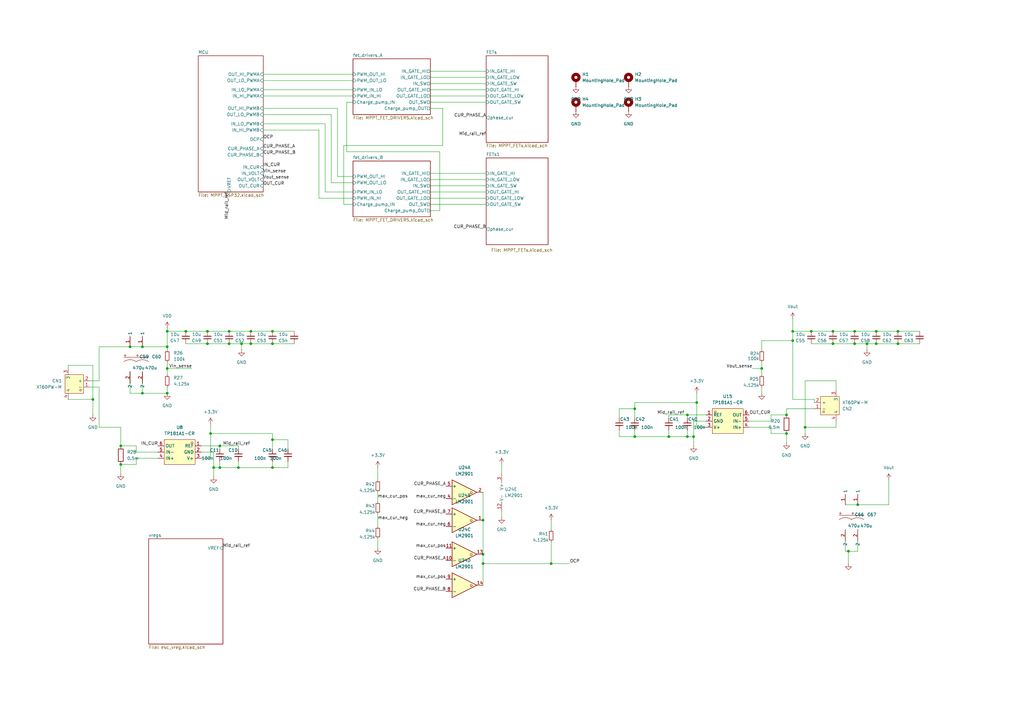
<source format=kicad_sch>
(kicad_sch (version 20231120) (generator "eeschema") (generator_version "8.0")
  (paper "A3")
  (lib_symbols
    (symbol "Comparator:LM2901" (pin_names (offset 0.127))
      (property "Reference" "U" (at 0 5.08 0))
      (property "Value" "LM2901" (at 0 -5.08 0))
      (symbol "LM2901_1_1"
        (polyline (pts (xy -5.08 5.08) (xy 5.08 0) (xy -5.08 -5.08) (xy -5.08 5.08)) (stroke (width 0.254)) (fill (type background)))
        (polyline (pts (xy 3.302 -0.508) (xy 2.794 -0.508) (xy 3.302 0) (xy 2.794 0.508) (xy 2.286 0) (xy 2.794 -0.508) (xy 2.286 -0.508)) (stroke (width 0.127)))
        (pin open_collector line (at 7.62 0 180) (length 2.54) (name "~") (number "2"))
        (pin input line (at -7.62 -2.54 0) (length 2.54) (name "-") (number "4"))
        (pin input line (at -7.62 2.54 0) (length 2.54) (name "+") (number "5"))
      )
      (symbol "LM2901_2_1"
        (polyline (pts (xy -5.08 5.08) (xy 5.08 0) (xy -5.08 -5.08) (xy -5.08 5.08)) (stroke (width 0.254)) (fill (type background)))
        (polyline (pts (xy 3.302 -0.508) (xy 2.794 -0.508) (xy 3.302 0) (xy 2.794 0.508) (xy 2.286 0) (xy 2.794 -0.508) (xy 2.286 -0.508)) (stroke (width 0.127)))
        (pin open_collector line (at 7.62 0 180) (length 2.54) (name "~") (number "1"))
        (pin input line (at -7.62 -2.54 0) (length 2.54) (name "-") (number "6"))
        (pin input line (at -7.62 2.54 0) (length 2.54) (name "+") (number "7"))
      )
      (symbol "LM2901_3_1"
        (polyline (pts (xy -5.08 5.08) (xy 5.08 0) (xy -5.08 -5.08) (xy -5.08 5.08)) (stroke (width 0.254)) (fill (type background)))
        (polyline (pts (xy 3.302 -0.508) (xy 2.794 -0.508) (xy 3.302 0) (xy 2.794 0.508) (xy 2.286 0) (xy 2.794 -0.508) (xy 2.286 -0.508)) (stroke (width 0.127)))
        (pin input line (at -7.62 -2.54 0) (length 2.54) (name "-") (number "10"))
        (pin input line (at -7.62 2.54 0) (length 2.54) (name "+") (number "11"))
        (pin open_collector line (at 7.62 0 180) (length 2.54) (name "~") (number "13"))
      )
      (symbol "LM2901_4_1"
        (polyline (pts (xy -5.08 5.08) (xy 5.08 0) (xy -5.08 -5.08) (xy -5.08 5.08)) (stroke (width 0.254)) (fill (type background)))
        (polyline (pts (xy 3.302 -0.508) (xy 2.794 -0.508) (xy 3.302 0) (xy 2.794 0.508) (xy 2.286 0) (xy 2.794 -0.508) (xy 2.286 -0.508)) (stroke (width 0.127)))
        (pin open_collector line (at 7.62 0 180) (length 2.54) (name "~") (number "14"))
        (pin input line (at -7.62 -2.54 0) (length 2.54) (name "-") (number "8"))
        (pin input line (at -7.62 2.54 0) (length 2.54) (name "+") (number "9"))
      )
      (symbol "LM2901_5_1"
        (pin power_in line (at -2.54 -7.62 90) (length 3.81) (name "V-") (number "12"))
        (pin power_in line (at -2.54 7.62 270) (length 3.81) (name "V+") (number "3"))
      )
    )
    (symbol "Device:C_Small" (pin_numbers hide) (pin_names (offset 0.254) hide)
      (property "Reference" "C" (at 0.254 1.778 0))
      (property "Value" "C_Small" (at 0.254 -2.032 0))
      (symbol "C_Small_0_1"
        (polyline (pts (xy -1.524 -0.508) (xy 1.524 -0.508)) (stroke (width 0.3302)))
        (polyline (pts (xy -1.524 0.508) (xy 1.524 0.508)) (stroke (width 0.3048)))
      )
      (symbol "C_Small_1_1"
        (pin passive line (at 0 2.54 270) (length 2.032) (name "~") (number "1"))
        (pin passive line (at 0 -2.54 90) (length 2.032) (name "~") (number "2"))
      )
    )
    (symbol "Device:R" (pin_numbers hide) (pin_names (offset 0))
      (property "Reference" "R" (at 2.032 0 90))
      (property "Value" "R" (at 0 0 90))
      (symbol "R_0_1"
        (rectangle (start -1.016 -2.54) (end 1.016 2.54) (stroke (width 0.254)))
      )
      (symbol "R_1_1"
        (pin passive line (at 0 3.81 270) (length 1.27) (name "~") (number "1"))
        (pin passive line (at 0 -3.81 90) (length 1.27) (name "~") (number "2"))
      )
    )
    (symbol "Device:R_Small" (pin_numbers hide) (pin_names (offset 0.254) hide)
      (property "Reference" "R" (at 0.762 0.508 0))
      (property "Value" "R_Small" (at 0.762 -1.016 0))
      (symbol "R_Small_0_1"
        (rectangle (start -0.762 1.778) (end 0.762 -1.778) (stroke (width 0.2032)))
      )
      (symbol "R_Small_1_1"
        (pin passive line (at 0 2.54 270) (length 0.762) (name "~") (number "1"))
        (pin passive line (at 0 -2.54 90) (length 0.762) (name "~") (number "2"))
      )
    )
    (symbol "Mechanical:MountingHole_Pad" (pin_numbers hide) (pin_names (offset 1.016) hide) (exclude_from_sim yes) (in_bom no)
      (property "Reference" "H" (at 0 6.35 0))
      (property "Value" "MountingHole_Pad" (at 0 4.445 0))
      (symbol "MountingHole_Pad_0_1"
        (circle (center 0 1.27) (radius 1.27) (stroke (width 1.27)))
      )
      (symbol "MountingHole_Pad_1_1"
        (pin input line (at 0 -2.54 90) (length 2.54) (name "1") (number "1"))
      )
    )
    (symbol "easyeda2kicad:RC100M471LO16*26TH-2A1E"
      (property "Reference" "C" (at 0 10.16 0))
      (property "Value" "RC100M471LO16*26TH-2A1E" (at 0 -10.16 0))
      (symbol "RC100M471LO16*26TH-2A1E_0_1"
        (rectangle (start -2.54 1.52) (end -1.52 1.52) (fill (type background)))
        (rectangle (start -2.03 2.03) (end -2.03 1.02) (fill (type background)))
        (arc (start 0 -0.25) (mid -1.3336 -0.4253) (end -2.54 -1.02))
        (polyline (pts (xy -2.54 0.76) (xy 2.54 0.76)))
        (arc (start 2.54 -1.02) (mid 1.334 -0.4238) (end 0 -0.25))
        (pin unspecified line (at 0 5.08 90) (length 4.318) (name "1") (number "1"))
        (pin unspecified line (at 0 -5.08 270) (length 4.826) (name "2") (number "2"))
      )
    )
    (symbol "easyeda2kicad:TP181A1-CR"
      (property "Reference" "U" (at 0 7.62 0))
      (property "Value" "TP181A1-CR" (at 0 -7.62 0))
      (symbol "TP181A1-CR_0_1"
        (rectangle (start -6.35 5.08) (end 6.35 -5.08) (fill (type background)))
        (circle (center -5.08 3.81) (radius 0.38))
        (pin unspecified line (at -8.89 2.54 0) (length 2.54) (name "REF") (number "1"))
        (pin unspecified line (at -8.89 0 0) (length 2.54) (name "GND") (number "2"))
        (pin unspecified line (at -8.89 -2.54 0) (length 2.54) (name "V+") (number "3"))
        (pin unspecified line (at 8.89 -2.54 180) (length 2.54) (name "IN+") (number "4"))
        (pin unspecified line (at 8.89 0 180) (length 2.54) (name "IN-") (number "5"))
        (pin unspecified line (at 8.89 2.54 180) (length 2.54) (name "OUT") (number "6"))
      )
    )
    (symbol "easyeda2kicad:XT60PW-M"
      (property "Reference" "CN" (at 0 13.97 0))
      (property "Value" "XT60PW-M" (at 0 -8.89 0))
      (symbol "XT60PW-M_0_1"
        (rectangle (start -2.54 6.35) (end 5.08 -1.27) (fill (type background)))
        (circle (center -1.27 5.08) (radius 0.38))
        (pin unspecified line (at -5.08 3.81 0) (length 2.54) (name "-") (number "1"))
        (pin unspecified line (at -5.08 1.27 0) (length 2.54) (name "+") (number "2"))
        (pin unspecified line (at 3.81 -3.81 90) (length 2.54) (name "3") (number "3"))
        (pin unspecified line (at 3.81 8.89 270) (length 2.54) (name "4") (number "4"))
      )
    )
    (symbol "power:+3.3V" (power) (pin_numbers hide) (pin_names (offset 0) hide)
      (property "Value" "+3.3V" (at 0 3.556 0))
      (symbol "+3.3V_0_1"
        (polyline (pts (xy -0.762 1.27) (xy 0 2.54)))
        (polyline (pts (xy 0 0) (xy 0 2.54)))
        (polyline (pts (xy 0 2.54) (xy 0.762 1.27)))
      )
      (symbol "+3.3V_1_1"
        (pin power_in line (at 0 0 90) (length 0) (name "~") (number "1"))
      )
    )
    (symbol "power:GND" (power) (pin_numbers hide) (pin_names (offset 0) hide)
      (property "Value" "GND" (at 0 -3.81 0))
      (symbol "GND_0_1"
        (polyline (pts (xy 0 0) (xy 0 -1.27) (xy 1.27 -1.27) (xy 0 -2.54) (xy -1.27 -1.27) (xy 0 -1.27)))
      )
      (symbol "GND_1_1"
        (pin power_in line (at 0 0 270) (length 0) (name "~") (number "1"))
      )
    )
    (symbol "power:VBUS" (power) (pin_numbers hide) (pin_names (offset 0) hide)
      (property "Value" "VBUS" (at 0 3.556 0))
      (symbol "VBUS_0_1"
        (polyline (pts (xy -0.762 1.27) (xy 0 2.54)))
        (polyline (pts (xy 0 0) (xy 0 2.54)))
        (polyline (pts (xy 0 2.54) (xy 0.762 1.27)))
      )
      (symbol "VBUS_1_1"
        (pin power_in line (at 0 0 90) (length 0) (name "~") (number "1"))
      )
    )
    (symbol "power:VDD" (power) (pin_numbers hide) (pin_names (offset 0) hide)
      (property "Value" "VDD" (at 0 3.556 0))
      (symbol "VDD_0_1"
        (polyline (pts (xy -0.762 1.27) (xy 0 2.54)))
        (polyline (pts (xy 0 0) (xy 0 2.54)))
        (polyline (pts (xy 0 2.54) (xy 0.762 1.27)))
      )
      (symbol "VDD_1_1"
        (pin power_in line (at 0 0 90) (length 0) (name "~") (number "1"))
      )
    )
  )
  (junction (at 38.1 163.83))
  (junction (at 351.79 207.01))
  (junction (at 76.2 135.89))
  (junction (at 359.41 135.89))
  (junction (at 330.2 175.26))
  (junction (at 68.58 135.89))
  (junction (at 274.32 179.07))
  (junction (at 325.12 135.89))
  (junction (at 93.98 140.97))
  (junction (at 111.76 135.89))
  (junction (at 350.52 135.89))
  (junction (at 93.98 135.89))
  (junction (at 332.74 135.89))
  (junction (at 322.58 170.18))
  (junction (at 53.34 142.24))
  (junction (at 341.63 135.89))
  (junction (at 341.63 140.97))
  (junction (at 102.87 140.97))
  (junction (at 86.36 177.8))
  (junction (at 281.94 179.07))
  (junction (at 85.09 135.89))
  (junction (at 90.17 182.88))
  (junction (at 99.06 140.97))
  (junction (at 49.53 182.88))
  (junction (at 198.12 213.36))
  (junction (at 285.75 165.1))
  (junction (at 68.58 142.24))
  (junction (at 87.63 191.77))
  (junction (at 355.6 140.97))
  (junction (at 260.35 167.64))
  (junction (at 111.76 180.34))
  (junction (at 68.58 151.13))
  (junction (at 325.12 139.7))
  (junction (at 97.79 191.77))
  (junction (at 284.48 179.07))
  (junction (at 226.06 231.14))
  (junction (at 49.53 190.5))
  (junction (at 359.41 140.97))
  (junction (at 368.3 135.89))
  (junction (at 198.12 231.14))
  (junction (at 90.17 191.77))
  (junction (at 368.3 140.97))
  (junction (at 322.58 177.8))
  (junction (at 198.12 227.33))
  (junction (at 85.09 140.97))
  (junction (at 111.76 191.77))
  (junction (at 68.58 161.29))
  (junction (at 102.87 135.89))
  (junction (at 347.98 226.06))
  (junction (at 58.42 161.29))
  (junction (at 111.76 140.97))
  (junction (at 260.35 179.07))
  (junction (at 58.42 142.24))
  (junction (at 281.94 170.18))
  (junction (at 350.52 140.97))
  (junction (at 312.42 151.13))
  (wire (pts (xy 111.76 140.97) (xy 102.87 140.97)))
  (wire (pts (xy 99.06 140.97) (xy 93.98 140.97)))
  (wire (pts (xy 346.71 207.01) (xy 351.79 207.01)))
  (wire (pts (xy 27.94 151.13) (xy 27.94 149.86)))
  (wire (pts (xy 85.09 135.89) (xy 93.98 135.89)))
  (wire (pts (xy 254 171.45) (xy 254 167.64)))
  (wire (pts (xy 341.63 135.89) (xy 350.52 135.89)))
  (wire (pts (xy 180.34 62.23) (xy 180.34 86.36)))
  (wire (pts (xy 281.94 170.18) (xy 289.56 170.18)))
  (wire (pts (xy 68.58 158.75) (xy 68.58 161.29)))
  (wire (pts (xy 176.53 29.21) (xy 199.39 29.21)))
  (wire (pts (xy 68.58 135.89) (xy 68.58 142.24)))
  (wire (pts (xy 325.12 139.7) (xy 325.12 163.83)))
  (wire (pts (xy 53.34 142.24) (xy 58.42 142.24)))
  (wire (pts (xy 138.43 72.39) (xy 138.43 44.45)))
  (wire (pts (xy 58.42 142.24) (xy 68.58 142.24)))
  (wire (pts (xy 181.61 44.45) (xy 176.53 44.45)))
  (wire (pts (xy 111.76 189.23) (xy 111.76 191.77)))
  (wire (pts (xy 176.53 39.37) (xy 199.39 39.37)))
  (wire (pts (xy 285.75 161.29) (xy 285.75 165.1)))
  (wire (pts (xy 138.43 44.45) (xy 107.95 44.45)))
  (wire (pts (xy 53.34 152.4) (xy 53.34 161.29)))
  (wire (pts (xy 97.79 184.15) (xy 97.79 182.88)))
  (wire (pts (xy 350.52 140.97) (xy 341.63 140.97)))
  (wire (pts (xy 284.48 179.07) (xy 284.48 182.88)))
  (wire (pts (xy 284.48 172.72) (xy 284.48 179.07)))
  (wire (pts (xy 49.53 190.5) (xy 55.88 190.5)))
  (wire (pts (xy 40.64 156.21) (xy 36.83 156.21)))
  (wire (pts (xy 40.64 142.24) (xy 53.34 142.24)))
  (wire (pts (xy 68.58 134.62) (xy 68.58 135.89)))
  (wire (pts (xy 312.42 158.75) (xy 312.42 161.29)))
  (wire (pts (xy 90.17 182.88) (xy 82.55 182.88)))
  (wire (pts (xy 334.01 163.83) (xy 334.01 165.1)))
  (wire (pts (xy 144.78 74.93) (xy 135.89 74.93)))
  (wire (pts (xy 359.41 135.89) (xy 368.3 135.89)))
  (wire (pts (xy 64.77 185.42) (xy 55.88 185.42)))
  (wire (pts (xy 347.98 226.06) (xy 351.79 226.06)))
  (wire (pts (xy 316.23 177.8) (xy 316.23 175.26)))
  (wire (pts (xy 322.58 177.8) (xy 322.58 181.61)))
  (wire (pts (xy 198.12 201.93) (xy 198.12 213.36)))
  (wire (pts (xy 205.74 190.5) (xy 205.74 194.31)))
  (wire (pts (xy 135.89 74.93) (xy 135.89 46.99)))
  (wire (pts (xy 322.58 167.64) (xy 322.58 170.18)))
  (wire (pts (xy 260.35 176.53) (xy 260.35 179.07)))
  (wire (pts (xy 90.17 191.77) (xy 87.63 191.77)))
  (wire (pts (xy 325.12 135.89) (xy 332.74 135.89)))
  (wire (pts (xy 281.94 179.07) (xy 284.48 179.07)))
  (wire (pts (xy 133.35 50.8) (xy 107.95 50.8)))
  (wire (pts (xy 254 167.64) (xy 260.35 167.64)))
  (wire (pts (xy 154.94 201.93) (xy 154.94 205.74)))
  (wire (pts (xy 347.98 226.06) (xy 347.98 231.14)))
  (wire (pts (xy 53.34 161.29) (xy 58.42 161.29)))
  (wire (pts (xy 142.24 41.91) (xy 142.24 62.23)))
  (wire (pts (xy 107.95 30.48) (xy 144.78 30.48)))
  (wire (pts (xy 350.52 135.89) (xy 359.41 135.89)))
  (wire (pts (xy 68.58 135.89) (xy 76.2 135.89)))
  (wire (pts (xy 111.76 180.34) (xy 111.76 177.8)))
  (wire (pts (xy 36.83 158.75) (xy 40.64 158.75)))
  (wire (pts (xy 38.1 170.18) (xy 38.1 163.83)))
  (wire (pts (xy 346.71 217.17) (xy 346.71 226.06)))
  (wire (pts (xy 355.6 140.97) (xy 350.52 140.97)))
  (wire (pts (xy 176.53 41.91) (xy 199.39 41.91)))
  (wire (pts (xy 58.42 161.29) (xy 68.58 161.29)))
  (wire (pts (xy 99.06 140.97) (xy 99.06 143.51)))
  (wire (pts (xy 364.49 207.01) (xy 364.49 196.85)))
  (wire (pts (xy 342.9 156.21) (xy 330.2 156.21)))
  (wire (pts (xy 346.71 226.06) (xy 347.98 226.06)))
  (wire (pts (xy 176.53 81.28) (xy 199.39 81.28)))
  (wire (pts (xy 118.11 184.15) (xy 118.11 180.34)))
  (wire (pts (xy 176.53 73.66) (xy 199.39 73.66)))
  (wire (pts (xy 133.35 78.74) (xy 133.35 50.8)))
  (wire (pts (xy 260.35 171.45) (xy 260.35 167.64)))
  (wire (pts (xy 254 176.53) (xy 254 179.07)))
  (wire (pts (xy 144.78 83.82) (xy 140.97 83.82)))
  (wire (pts (xy 154.94 191.77) (xy 154.94 196.85)))
  (wire (pts (xy 260.35 165.1) (xy 285.75 165.1)))
  (wire (pts (xy 341.63 140.97) (xy 332.74 140.97)))
  (wire (pts (xy 102.87 135.89) (xy 111.76 135.89)))
  (wire (pts (xy 307.34 175.26) (xy 316.23 175.26)))
  (wire (pts (xy 325.12 135.89) (xy 325.12 139.7)))
  (wire (pts (xy 330.2 156.21) (xy 330.2 175.26)))
  (wire (pts (xy 312.42 148.59) (xy 312.42 151.13)))
  (wire (pts (xy 90.17 189.23) (xy 90.17 191.77)))
  (wire (pts (xy 49.53 175.26) (xy 49.53 182.88)))
  (wire (pts (xy 351.79 217.17) (xy 351.79 226.06)))
  (wire (pts (xy 334.01 167.64) (xy 322.58 167.64)))
  (wire (pts (xy 176.53 78.74) (xy 199.39 78.74)))
  (wire (pts (xy 260.35 167.64) (xy 260.35 165.1)))
  (wire (pts (xy 87.63 185.42) (xy 87.63 191.77)))
  (wire (pts (xy 342.9 172.72) (xy 342.9 175.26)))
  (wire (pts (xy 49.53 182.88) (xy 55.88 182.88)))
  (wire (pts (xy 120.65 140.97) (xy 111.76 140.97)))
  (wire (pts (xy 330.2 175.26) (xy 330.2 177.8)))
  (wire (pts (xy 86.36 177.8) (xy 86.36 187.96)))
  (wire (pts (xy 111.76 191.77) (xy 97.79 191.77)))
  (wire (pts (xy 49.53 190.5) (xy 49.53 194.31)))
  (wire (pts (xy 274.32 179.07) (xy 281.94 179.07)))
  (wire (pts (xy 93.98 140.97) (xy 85.09 140.97)))
  (wire (pts (xy 85.09 140.97) (xy 76.2 140.97)))
  (wire (pts (xy 97.79 189.23) (xy 97.79 191.77)))
  (wire (pts (xy 154.94 220.98) (xy 154.94 224.79)))
  (wire (pts (xy 198.12 213.36) (xy 198.12 227.33)))
  (wire (pts (xy 64.77 187.96) (xy 55.88 187.96)))
  (wire (pts (xy 176.53 36.83) (xy 199.39 36.83)))
  (wire (pts (xy 274.32 176.53) (xy 274.32 179.07)))
  (wire (pts (xy 144.78 41.91) (xy 142.24 41.91)))
  (wire (pts (xy 111.76 177.8) (xy 86.36 177.8)))
  (wire (pts (xy 107.95 33.02) (xy 144.78 33.02)))
  (wire (pts (xy 289.56 175.26) (xy 285.75 175.26)))
  (wire (pts (xy 68.58 148.59) (xy 68.58 151.13)))
  (wire (pts (xy 226.06 231.14) (xy 233.68 231.14)))
  (wire (pts (xy 260.35 179.07) (xy 274.32 179.07)))
  (wire (pts (xy 322.58 170.18) (xy 316.23 170.18)))
  (wire (pts (xy 27.94 149.86) (xy 38.1 149.86)))
  (wire (pts (xy 205.74 209.55) (xy 205.74 212.09)))
  (wire (pts (xy 82.55 187.96) (xy 86.36 187.96)))
  (wire (pts (xy 55.88 190.5) (xy 55.88 187.96)))
  (wire (pts (xy 226.06 213.36) (xy 226.06 217.17)))
  (wire (pts (xy 68.58 151.13) (xy 68.58 153.67)))
  (wire (pts (xy 38.1 149.86) (xy 38.1 163.83)))
  (wire (pts (xy 368.3 135.89) (xy 377.19 135.89)))
  (wire (pts (xy 154.94 210.82) (xy 154.94 215.9)))
  (wire (pts (xy 312.42 151.13) (xy 312.42 153.67)))
  (wire (pts (xy 330.2 175.26) (xy 342.9 175.26)))
  (wire (pts (xy 307.34 172.72) (xy 316.23 172.72)))
  (wire (pts (xy 130.81 81.28) (xy 130.81 53.34)))
  (wire (pts (xy 316.23 172.72) (xy 316.23 170.18)))
  (wire (pts (xy 176.53 31.75) (xy 199.39 31.75)))
  (wire (pts (xy 78.74 151.13) (xy 68.58 151.13)))
  (wire (pts (xy 312.42 139.7) (xy 325.12 139.7)))
  (wire (pts (xy 40.64 175.26) (xy 40.64 158.75)))
  (wire (pts (xy 144.78 72.39) (xy 138.43 72.39)))
  (wire (pts (xy 86.36 173.99) (xy 86.36 177.8)))
  (wire (pts (xy 176.53 34.29) (xy 199.39 34.29)))
  (wire (pts (xy 285.75 165.1) (xy 285.75 175.26)))
  (wire (pts (xy 87.63 191.77) (xy 87.63 195.58)))
  (wire (pts (xy 289.56 172.72) (xy 284.48 172.72)))
  (wire (pts (xy 355.6 140.97) (xy 355.6 143.51)))
  (wire (pts (xy 359.41 140.97) (xy 355.6 140.97)))
  (wire (pts (xy 377.19 140.97) (xy 368.3 140.97)))
  (wire (pts (xy 140.97 83.82) (xy 140.97 59.69)))
  (wire (pts (xy 325.12 163.83) (xy 334.01 163.83)))
  (wire (pts (xy 90.17 182.88) (xy 97.79 182.88)))
  (wire (pts (xy 144.78 78.74) (xy 133.35 78.74)))
  (wire (pts (xy 226.06 231.14) (xy 226.06 222.25)))
  (wire (pts (xy 144.78 81.28) (xy 130.81 81.28)))
  (wire (pts (xy 351.79 207.01) (xy 364.49 207.01)))
  (wire (pts (xy 198.12 231.14) (xy 226.06 231.14)))
  (wire (pts (xy 281.94 170.18) (xy 281.94 171.45)))
  (wire (pts (xy 254 179.07) (xy 260.35 179.07)))
  (wire (pts (xy 107.95 36.83) (xy 144.78 36.83)))
  (wire (pts (xy 49.53 175.26) (xy 40.64 175.26)))
  (wire (pts (xy 140.97 59.69) (xy 181.61 59.69)))
  (wire (pts (xy 82.55 185.42) (xy 87.63 185.42)))
  (wire (pts (xy 281.94 170.18) (xy 274.32 170.18)))
  (wire (pts (xy 198.12 231.14) (xy 198.12 240.03)))
  (wire (pts (xy 27.94 163.83) (xy 38.1 163.83)))
  (wire (pts (xy 111.76 184.15) (xy 111.76 180.34)))
  (wire (pts (xy 281.94 176.53) (xy 281.94 179.07)))
  (wire (pts (xy 118.11 180.34) (xy 111.76 180.34)))
  (wire (pts (xy 68.58 142.24) (xy 68.58 143.51)))
  (wire (pts (xy 76.2 135.89) (xy 85.09 135.89)))
  (wire (pts (xy 90.17 182.88) (xy 90.17 184.15)))
  (wire (pts (xy 142.24 62.23) (xy 180.34 62.23)))
  (wire (pts (xy 58.42 152.4) (xy 58.42 161.29)))
  (wire (pts (xy 107.95 39.37) (xy 144.78 39.37)))
  (wire (pts (xy 198.12 227.33) (xy 198.12 231.14)))
  (wire (pts (xy 274.32 171.45) (xy 274.32 170.18)))
  (wire (pts (xy 368.3 140.97) (xy 359.41 140.97)))
  (wire (pts (xy 325.12 130.81) (xy 325.12 135.89)))
  (wire (pts (xy 180.34 86.36) (xy 176.53 86.36)))
  (wire (pts (xy 322.58 177.8) (xy 316.23 177.8)))
  (wire (pts (xy 40.64 142.24) (xy 40.64 156.21)))
  (wire (pts (xy 176.53 76.2) (xy 199.39 76.2)))
  (wire (pts (xy 118.11 189.23) (xy 118.11 191.77)))
  (wire (pts (xy 176.53 83.82) (xy 199.39 83.82)))
  (wire (pts (xy 118.11 191.77) (xy 111.76 191.77)))
  (wire (pts (xy 332.74 135.89) (xy 341.63 135.89)))
  (wire (pts (xy 135.89 46.99) (xy 107.95 46.99)))
  (wire (pts (xy 342.9 160.02) (xy 342.9 156.21)))
  (wire (pts (xy 97.79 191.77) (xy 90.17 191.77)))
  (wire (pts (xy 130.81 53.34) (xy 107.95 53.34)))
  (wire (pts (xy 308.61 151.13) (xy 312.42 151.13)))
  (wire (pts (xy 55.88 185.42) (xy 55.88 182.88)))
  (wire (pts (xy 176.53 71.12) (xy 199.39 71.12)))
  (wire (pts (xy 102.87 140.97) (xy 99.06 140.97)))
  (wire (pts (xy 93.98 135.89) (xy 102.87 135.89)))
  (wire (pts (xy 181.61 59.69) (xy 181.61 44.45)))
  (wire (pts (xy 111.76 135.89) (xy 120.65 135.89)))
  (wire (pts (xy 312.42 139.7) (xy 312.42 143.51)))
  (label "max_cur_pos" (at 182.88 237.49 180))
  (label "OCP" (at 233.68 231.14 0))
  (label "CUR_PHASE_A" (at 182.88 199.39 180))
  (label "max_cur_pos" (at 182.88 224.79 180))
  (label "Mid_rail_ref" (at 91.44 182.88 0))
  (label "CUR_PHASE_B" (at 107.95 63.5 0))
  (label "Vin_sense" (at 78.74 151.13 180))
  (label "CUR_PHASE_A" (at 182.88 229.87 180))
  (label "max_cur_neg" (at 182.88 215.9 180))
  (label "CUR_PHASE_B" (at 199.39 93.98 180))
  (label "Mid_rail_ref" (at 199.39 55.88 180))
  (label "IN_CUR" (at 107.95 68.58 0))
  (label "CUR_PHASE_B" (at 182.88 242.57 180))
  (label "max_cur_neg" (at 182.88 204.47 180))
  (label "Mid_rail_ref" (at 93.98 78.74 270))
  (label "IN_CUR" (at 64.77 182.88 180))
  (label "CUR_PHASE_A" (at 107.95 60.96 0))
  (label "Mid_rail_ref" (at 91.44 224.79 0))
  (label "Vin_sense" (at 107.95 71.12 0))
  (label "max_cur_pos" (at 154.94 204.47 0))
  (label "CUR_PHASE_A" (at 199.39 48.26 180))
  (label "OUT_CUR" (at 107.95 76.2 0))
  (label "Vout_sense" (at 308.61 151.13 180))
  (label "max_cur_neg" (at 154.94 213.36 0))
  (label "CUR_PHASE_B" (at 182.88 210.82 180))
  (label "Mid_rail_ref" (at 280.67 170.18 180))
  (label "OCP" (at 107.95 57.15 0))
  (label "Vout_sense" (at 107.95 73.66 0))
  (label "OUT_CUR" (at 307.34 170.18 0))
  (symbol (lib_id "power:GND") (at 330.2 177.8 0) (unit 1)
    (property "Reference" "#PWR084" (effects (hide yes)))
    (property "Value" "GND" (at 330.2 182.88 0))
    (property "Description" "Power symbol creates a global label with name \"GND\" , ground" (effects (hide yes)))
  )
  (symbol (lib_id "power:GND") (at 257.81 35.56 0) (mirror y) (unit 1)
    (property "Reference" "#PWR086" (effects (hide yes)))
    (property "Value" "GND" (at 257.81 40.64 0))
    (property "Description" "Power symbol creates a global label with name \"GND\" , ground" (effects (hide yes)))
  )
  (symbol (lib_id "Comparator:LM2901") (at 190.5 227.33 0) (unit 3)
    (property "Reference" "U24" (at 190.5 217.17 0))
    (property "Value" "LM2901" (at 190.5 219.71 0))
    (property "Datasheet" "https://www.st.com/resource/en/datasheet/lm2901.pdf" (effects (hide yes)))
    (property "Description" "Quad Differential Comparators, DIP-14/SOIC-14/TSSOP-14" (effects (hide yes)))
  )
  (symbol (lib_id "power:VBUS") (at 325.12 130.81 0) (unit 1)
    (property "Reference" "#PWR078" (effects (hide yes)))
    (property "Value" "Vout" (at 325.12 125.73 0))
    (property "Description" "Power symbol creates a global label with name \"VBUS\"" (effects (hide yes)))
  )
  (symbol (lib_id "Device:R_Small") (at 226.06 219.71 0) (unit 1)
    (property "Reference" "R41" (at 220.98 218.948 0) (effects (justify left)))
    (property "Value" "4.125k" (at 218.44 221.488 0) (effects (justify left)))
    (property "Footprint" "Resistor_SMD:R_0402_1005Metric" (effects (hide yes)))
    (property "Description" "Resistor, small symbol" (effects (hide yes)))
  )
  (symbol (lib_id "power:GND") (at 312.42 161.29 0) (unit 1)
    (property "Reference" "#PWR071" (effects (hide yes)))
    (property "Value" "GND" (effects (hide yes)))
    (property "Description" "Power symbol creates a global label with name \"GND\" , ground" (effects (hide yes)))
  )
  (symbol (lib_id "Device:C_Small") (at 111.76 186.69 0) (mirror y) (unit 1)
    (property "Reference" "C45" (at 111.506 184.658 0) (effects (justify left)))
    (property "Value" "100n" (at 109.22 187.9662 0) (effects (justify left)))
    (property "Footprint" "Capacitor_SMD:C_0402_1005Metric" (effects (hide yes)))
    (property "Description" "Unpolarized capacitor, small symbol" (effects (hide yes)))
  )
  (symbol (lib_id "Device:C_Small") (at 260.35 173.99 0) (unit 1)
    (property "Reference" "C42" (at 260.604 171.958 0) (effects (justify left)))
    (property "Value" "100n" (at 262.89 175.2662 0) (effects (justify left)))
    (property "Footprint" "Capacitor_SMD:C_0402_1005Metric" (effects (hide yes)))
    (property "Description" "Unpolarized capacitor, small symbol" (effects (hide yes)))
  )
  (symbol (lib_id "Comparator:LM2901") (at 208.28 201.93 0) (unit 5)
    (property "Reference" "U24" (at 207.01 200.6599 0) (effects (justify left)))
    (property "Value" "LM2901" (at 207.01 203.1999 0) (effects (justify left)))
    (property "Datasheet" "https://www.st.com/resource/en/datasheet/lm2901.pdf" (effects (hide yes)))
    (property "Description" "Quad Differential Comparators, DIP-14/SOIC-14/TSSOP-14" (effects (hide yes)))
  )
  (symbol (lib_id "Device:C_Small") (at 377.19 138.43 180) (unit 1)
    (property "Reference" "C63" (at 374.65 139.6938 0) (effects (justify left)))
    (property "Value" "10u" (at 374.65 137.1538 0) (effects (justify left)))
    (property "Footprint" "Capacitor_SMD:C_1210_3225Metric" (effects (hide yes)))
    (property "Description" "Unpolarized capacitor, small symbol" (effects (hide yes)))
  )
  (symbol (lib_id "Device:C_Small") (at 332.74 138.43 180) (unit 1)
    (property "Reference" "C55" (at 330.2 139.6938 0) (effects (justify left)))
    (property "Value" "10u" (at 330.2 137.1538 0) (effects (justify left)))
    (property "Footprint" "Capacitor_SMD:C_1210_3225Metric" (effects (hide yes)))
    (property "Description" "Unpolarized capacitor, small symbol" (effects (hide yes)))
  )
  (symbol (lib_id "Device:R_Small") (at 154.94 208.28 0) (unit 1)
    (property "Reference" "R43" (at 149.86 207.518 0) (effects (justify left)))
    (property "Value" "4.125k" (at 147.32 210.058 0) (effects (justify left)))
    (property "Footprint" "Resistor_SMD:R_0402_1005Metric" (effects (hide yes)))
    (property "Description" "Resistor, small symbol" (effects (hide yes)))
  )
  (symbol (lib_id "power:+3.3V") (at 285.75 161.29 0) (unit 1)
    (property "Reference" "#PWR093" (effects (hide yes)))
    (property "Value" "+3.3V" (at 285.75 156.21 0))
    (property "Description" "Power symbol creates a global label with name \"+3.3V\"" (effects (hide yes)))
  )
  (symbol (lib_id "easyeda2kicad:TP181A1-CR") (at 298.45 172.72 0) (unit 1)
    (property "Reference" "U15" (at 298.45 162.56 0))
    (property "Value" "TP181A1-CR" (at 298.45 165.1 0))
    (property "Footprint" "easyeda2kicad:SC70-6_L2.1-W1.3-P0.65-LS2.3-BL" (effects (hide yes)))
    (property "LCSC Part" "C2902349" (effects (hide yes)))
  )
  (symbol (lib_id "Device:C_Small") (at 111.76 138.43 180) (unit 1)
    (property "Reference" "C53" (at 109.22 139.6938 0) (effects (justify left)))
    (property "Value" "10u" (at 109.22 137.1538 0) (effects (justify left)))
    (property "Footprint" "Capacitor_SMD:C_1210_3225Metric" (effects (hide yes)))
    (property "Description" "Unpolarized capacitor, small symbol" (effects (hide yes)))
  )
  (symbol (lib_id "Device:C_Small") (at 274.32 173.99 0) (unit 1)
    (property "Reference" "C41" (at 274.574 171.958 0) (effects (justify left)))
    (property "Value" "100n" (at 276.86 175.2662 0) (effects (justify left)))
    (property "Footprint" "Capacitor_SMD:C_0402_1005Metric" (effects (hide yes)))
    (property "Description" "Unpolarized capacitor, small symbol" (effects (hide yes)))
  )
  (symbol (lib_id "easyeda2kicad:RC100M471LO16*26TH-2A1E") (at 351.79 212.09 0) (unit 1)
    (property "Reference" "C67" (at 355.6 211.0739 0) (effects (justify left)))
    (property "Value" "470u" (at 352.806 215.646 0) (effects (justify left)))
    (property "Footprint" "easyeda2kicad:CAP-TH_BD16.0-P7.50-D1.2-FD" (effects (hide yes)))
    (property "Datasheet" "https://lcsc.com/product-detail/Others_BERYL-Electronic-Tech-RC100M471LO16-26TH-2A1E_C365811.html" (effects (hide yes)))
    (property "LCSC Part" "C365811" (effects (hide yes)))
  )
  (symbol (lib_id "power:VDD") (at 68.58 134.62 0) (unit 1)
    (property "Reference" "#PWR026" (effects (hide yes)))
    (property "Value" "VDD" (at 68.58 129.54 0))
    (property "Description" "Power symbol creates a global label with name \"VDD\"" (effects (hide yes)))
  )
  (symbol (lib_id "Device:R") (at 322.58 173.99 0) (mirror y) (unit 1)
    (property "Reference" "R20" (at 320.04 172.7199 0) (effects (justify left)))
    (property "Value" "0.5m" (at 320.04 175.2599 0) (effects (justify left)))
    (property "Footprint" "Resistor_SMD:R_2512_6332Metric" (effects (hide yes)))
    (property "Description" "Resistor" (effects (hide yes)))
  )
  (symbol (lib_id "power:GND") (at 257.81 45.72 0) (mirror y) (unit 1)
    (property "Reference" "#PWR088" (effects (hide yes)))
    (property "Value" "GND" (at 257.81 50.8 0))
    (property "Description" "Power symbol creates a global label with name \"GND\" , ground" (effects (hide yes)))
  )
  (symbol (lib_id "Device:C_Small") (at 85.09 138.43 180) (unit 1)
    (property "Reference" "C49" (at 82.55 139.6938 0) (effects (justify left)))
    (property "Value" "10u" (at 82.55 137.1538 0) (effects (justify left)))
    (property "Footprint" "Capacitor_SMD:C_1210_3225Metric" (effects (hide yes)))
    (property "Description" "Unpolarized capacitor, small symbol" (effects (hide yes)))
  )
  (symbol (lib_id "Device:C_Small") (at 341.63 138.43 180) (unit 1)
    (property "Reference" "C56" (at 339.09 139.6938 0) (effects (justify left)))
    (property "Value" "10u" (at 339.09 137.1538 0) (effects (justify left)))
    (property "Footprint" "Capacitor_SMD:C_1210_3225Metric" (effects (hide yes)))
    (property "Description" "Unpolarized capacitor, small symbol" (effects (hide yes)))
  )
  (symbol (lib_id "Device:R_Small") (at 68.58 156.21 0) (unit 1)
    (property "Reference" "R27" (at 71.12 154.9399 0) (effects (justify left)))
    (property "Value" "4.125k" (at 71.12 157.4799 0) (effects (justify left)))
    (property "Footprint" "Resistor_SMD:R_0402_1005Metric" (effects (hide yes)))
    (property "Description" "Resistor, small symbol" (effects (hide yes)))
  )
  (symbol (lib_id "Device:R") (at 49.53 186.69 0) (unit 1)
    (property "Reference" "R28" (at 52.07 185.4199 0) (effects (justify left)))
    (property "Value" "0.5m" (at 52.07 187.9599 0) (effects (justify left)))
    (property "Footprint" "Resistor_SMD:R_2512_6332Metric" (effects (hide yes)))
    (property "Description" "Resistor" (effects (hide yes)))
  )
  (symbol (lib_id "Device:C_Small") (at 254 173.99 0) (unit 1)
    (property "Reference" "C43" (at 254.254 171.958 0) (effects (justify left)))
    (property "Value" "100n" (at 256.54 175.2662 0) (effects (justify left)))
    (property "Footprint" "Capacitor_SMD:C_0402_1005Metric" (effects (hide yes)))
    (property "Description" "Unpolarized capacitor, small symbol" (effects (hide yes)))
  )
  (symbol (lib_id "Comparator:LM2901") (at 190.5 213.36 0) (unit 2)
    (property "Reference" "U24" (at 190.5 203.2 0))
    (property "Value" "LM2901" (at 190.5 205.74 0))
    (property "Datasheet" "https://www.st.com/resource/en/datasheet/lm2901.pdf" (effects (hide yes)))
    (property "Description" "Quad Differential Comparators, DIP-14/SOIC-14/TSSOP-14" (effects (hide yes)))
  )
  (symbol (lib_id "easyeda2kicad:TP181A1-CR") (at 73.66 185.42 0) (mirror y) (unit 1)
    (property "Reference" "U8" (at 73.66 175.26 0))
    (property "Value" "TP181A1-CR" (at 73.66 177.8 0))
    (property "Footprint" "easyeda2kicad:SC70-6_L2.1-W1.3-P0.65-LS2.3-BL" (effects (hide yes)))
    (property "LCSC Part" "C2902349" (effects (hide yes)))
  )
  (symbol (lib_id "power:GND") (at 49.53 194.31 0) (mirror y) (unit 1)
    (property "Reference" "#PWR023" (effects (hide yes)))
    (property "Value" "GND" (at 49.53 199.39 0))
    (property "Description" "Power symbol creates a global label with name \"GND\" , ground" (effects (hide yes)))
  )
  (symbol (lib_id "power:GND") (at 87.63 195.58 0) (mirror y) (unit 1)
    (property "Reference" "#PWR021" (effects (hide yes)))
    (property "Value" "GND" (at 87.63 200.66 0))
    (property "Description" "Power symbol creates a global label with name \"GND\" , ground" (effects (hide yes)))
  )
  (symbol (lib_id "easyeda2kicad:RC100M471LO16*26TH-2A1E") (at 58.42 147.32 0) (unit 1)
    (property "Reference" "C60" (at 62.23 146.3039 0) (effects (justify left)))
    (property "Value" "470u" (at 59.436 150.876 0) (effects (justify left)))
    (property "Footprint" "easyeda2kicad:CAP-TH_BD16.0-P7.50-D1.2-FD" (effects (hide yes)))
    (property "Datasheet" "https://lcsc.com/product-detail/Others_BERYL-Electronic-Tech-RC100M471LO16-26TH-2A1E_C365811.html" (effects (hide yes)))
    (property "LCSC Part" "C365811" (effects (hide yes)))
  )
  (symbol (lib_id "Mechanical:MountingHole_Pad") (at 257.81 43.18 0) (unit 1) (exclude_from_sim yes) (in_bom no)
    (property "Reference" "H3" (at 260.35 40.6399 0) (effects (justify left)))
    (property "Value" "MountingHole_Pad" (at 260.35 43.1799 0) (effects (justify left)))
    (property "Footprint" "MountingHole:MountingHole_3mm_Pad" (effects (hide yes)))
    (property "Description" "Mounting Hole with connection" (effects (hide yes)))
  )
  (symbol (lib_id "Device:C_Small") (at 97.79 186.69 0) (mirror y) (unit 1)
    (property "Reference" "C10" (at 97.536 184.658 0) (effects (justify left)))
    (property "Value" "100n" (at 95.25 187.9662 0) (effects (justify left)))
    (property "Footprint" "Capacitor_SMD:C_0402_1005Metric" (effects (hide yes)))
    (property "Description" "Unpolarized capacitor, small symbol" (effects (hide yes)))
  )
  (symbol (lib_id "Mechanical:MountingHole_Pad") (at 236.22 33.02 0) (unit 1) (exclude_from_sim yes) (in_bom no)
    (property "Reference" "H1" (at 238.76 30.4799 0) (effects (justify left)))
    (property "Value" "MountingHole_Pad" (at 238.76 33.0199 0) (effects (justify left)))
    (property "Footprint" "MountingHole:MountingHole_3mm_Pad" (effects (hide yes)))
    (property "Description" "Mounting Hole with connection" (effects (hide yes)))
  )
  (symbol (lib_id "easyeda2kicad:RC100M471LO16*26TH-2A1E") (at 346.71 212.09 0) (unit 1)
    (property "Reference" "C66" (at 350.52 211.0739 0) (effects (justify left)))
    (property "Value" "470u" (at 347.726 215.646 0) (effects (justify left)))
    (property "Footprint" "easyeda2kicad:CAP-TH_BD16.0-P7.50-D1.2-FD" (effects (hide yes)))
    (property "Datasheet" "https://lcsc.com/product-detail/Others_BERYL-Electronic-Tech-RC100M471LO16-26TH-2A1E_C365811.html" (effects (hide yes)))
    (property "LCSC Part" "C365811" (effects (hide yes)))
  )
  (symbol (lib_id "power:GND") (at 205.74 212.09 0) (unit 1)
    (property "Reference" "#PWR024" (effects (hide yes)))
    (property "Value" "GND" (at 205.74 217.17 0))
    (property "Description" "Power symbol creates a global label with name \"GND\" , ground" (effects (hide yes)))
  )
  (symbol (lib_id "Mechanical:MountingHole_Pad") (at 236.22 43.18 0) (unit 1) (exclude_from_sim yes) (in_bom no)
    (property "Reference" "H4" (at 238.76 40.6399 0) (effects (justify left)))
    (property "Value" "MountingHole_Pad" (at 238.76 43.1799 0) (effects (justify left)))
    (property "Footprint" "MountingHole:MountingHole_3mm_Pad" (effects (hide yes)))
    (property "Description" "Mounting Hole with connection" (effects (hide yes)))
  )
  (symbol (lib_id "power:GND") (at 99.06 143.51 0) (unit 1)
    (property "Reference" "#PWR04" (effects (hide yes)))
    (property "Value" "GND" (at 99.06 148.59 0))
    (property "Description" "Power symbol creates a global label with name \"GND\" , ground" (effects (hide yes)))
  )
  (symbol (lib_id "Device:C_Small") (at 350.52 138.43 180) (unit 1)
    (property "Reference" "C57" (at 347.98 139.6938 0) (effects (justify left)))
    (property "Value" "10u" (at 347.98 137.1538 0) (effects (justify left)))
    (property "Footprint" "Capacitor_SMD:C_1210_3225Metric" (effects (hide yes)))
    (property "Description" "Unpolarized capacitor, small symbol" (effects (hide yes)))
  )
  (symbol (lib_id "Device:C_Small") (at 93.98 138.43 180) (unit 1)
    (property "Reference" "C51" (at 91.44 139.6938 0) (effects (justify left)))
    (property "Value" "10u" (at 91.44 137.1538 0) (effects (justify left)))
    (property "Footprint" "Capacitor_SMD:C_1210_3225Metric" (effects (hide yes)))
    (property "Description" "Unpolarized capacitor, small symbol" (effects (hide yes)))
  )
  (symbol (lib_id "easyeda2kicad:RC100M471LO16*26TH-2A1E") (at 53.34 147.32 0) (unit 1)
    (property "Reference" "C59" (at 57.15 146.3039 0) (effects (justify left)))
    (property "Value" "470u" (at 54.356 150.876 0) (effects (justify left)))
    (property "Footprint" "easyeda2kicad:CAP-TH_BD16.0-P7.50-D1.2-FD" (effects (hide yes)))
    (property "Datasheet" "https://lcsc.com/product-detail/Others_BERYL-Electronic-Tech-RC100M471LO16-26TH-2A1E_C365811.html" (effects (hide yes)))
    (property "LCSC Part" "C365811" (effects (hide yes)))
  )
  (symbol (lib_id "Comparator:LM2901") (at 190.5 201.93 0) (unit 1)
    (property "Reference" "U24" (at 190.5 191.77 0))
    (property "Value" "LM2901" (at 190.5 194.31 0))
    (property "Footprint" "easyeda2kicad:SOP-14_L8.6-W3.9-P1.27-LS6.0-BL-1" (effects (hide yes)))
    (property "Datasheet" "https://www.st.com/resource/en/datasheet/lm2901.pdf" (effects (hide yes)))
    (property "Description" "Quad Differential Comparators, DIP-14/SOIC-14/TSSOP-14" (effects (hide yes)))
  )
  (symbol (lib_id "power:VBUS") (at 364.49 196.85 0) (unit 1)
    (property "Reference" "#PWR0104" (effects (hide yes)))
    (property "Value" "Vout" (at 364.49 191.77 0))
    (property "Description" "Power symbol creates a global label with name \"VBUS\"" (effects (hide yes)))
  )
  (symbol (lib_id "Device:R_Small") (at 312.42 146.05 0) (unit 1)
    (property "Reference" "R24" (at 307.594 145.034 0) (effects (justify left)))
    (property "Value" "100k" (at 306.578 147.066 0) (effects (justify left)))
    (property "Footprint" "Resistor_SMD:R_0805_2012Metric" (effects (hide yes)))
    (property "Description" "Resistor, small symbol" (effects (hide yes)))
  )
  (symbol (lib_id "power:GND") (at 154.94 224.79 0) (unit 1)
    (property "Reference" "#PWR028" (effects (hide yes)))
    (property "Value" "GND" (at 154.94 229.87 0))
    (property "Description" "Power symbol creates a global label with name \"GND\" , ground" (effects (hide yes)))
  )
  (symbol (lib_id "Device:C_Small") (at 76.2 138.43 180) (unit 1)
    (property "Reference" "C47" (at 73.66 139.6938 0) (effects (justify left)))
    (property "Value" "10u" (at 73.66 137.1538 0) (effects (justify left)))
    (property "Footprint" "Capacitor_SMD:C_1210_3225Metric" (effects (hide yes)))
    (property "Description" "Unpolarized capacitor, small symbol" (effects (hide yes)))
  )
  (symbol (lib_id "Device:R_Small") (at 68.58 146.05 0) (unit 1)
    (property "Reference" "R26" (at 71.12 144.7799 0) (effects (justify left)))
    (property "Value" "100k" (at 71.12 147.3199 0) (effects (justify left)))
    (property "Footprint" "Resistor_SMD:R_0805_2012Metric" (effects (hide yes)))
    (property "Description" "Resistor, small symbol" (effects (hide yes)))
  )
  (symbol (lib_id "Device:R_Small") (at 312.42 156.21 0) (unit 1)
    (property "Reference" "R25" (at 307.34 155.448 0) (effects (justify left)))
    (property "Value" "4.125k" (at 304.8 157.988 0) (effects (justify left)))
    (property "Footprint" "Resistor_SMD:R_0402_1005Metric" (effects (hide yes)))
    (property "Description" "Resistor, small symbol" (effects (hide yes)))
  )
  (symbol (lib_id "Comparator:LM2901") (at 190.5 240.03 0) (unit 4)
    (property "Reference" "U24" (at 190.5 229.87 0))
    (property "Value" "LM2901" (at 190.5 232.41 0))
    (property "Datasheet" "https://www.st.com/resource/en/datasheet/lm2901.pdf" (effects (hide yes)))
    (property "Description" "Quad Differential Comparators, DIP-14/SOIC-14/TSSOP-14" (effects (hide yes)))
  )
  (symbol (lib_id "power:GND") (at 236.22 35.56 0) (mirror y) (unit 1)
    (property "Reference" "#PWR018" (effects (hide yes)))
    (property "Value" "GND" (at 236.22 40.64 0))
    (property "Description" "Power symbol creates a global label with name \"GND\" , ground" (effects (hide yes)))
  )
  (symbol (lib_id "power:GND") (at 355.6 143.51 0) (unit 1)
    (property "Reference" "#PWR013" (effects (hide yes)))
    (property "Value" "GND" (at 355.6 148.59 0))
    (property "Description" "Power symbol creates a global label with name \"GND\" , ground" (effects (hide yes)))
  )
  (symbol (lib_id "power:GND") (at 236.22 45.72 0) (mirror y) (unit 1)
    (property "Reference" "#PWR05" (effects (hide yes)))
    (property "Value" "GND" (at 236.22 50.8 0))
    (property "Description" "Power symbol creates a global label with name \"GND\" , ground" (effects (hide yes)))
  )
  (symbol (lib_id "Device:C_Small") (at 281.94 173.99 0) (unit 1)
    (property "Reference" "C40" (at 282.194 171.958 0) (effects (justify left)))
    (property "Value" "100n" (at 284.48 175.2662 0) (effects (justify left)))
    (property "Footprint" "Capacitor_SMD:C_0402_1005Metric" (effects (hide yes)))
    (property "Description" "Unpolarized capacitor, small symbol" (effects (hide yes)))
  )
  (symbol (lib_id "Device:C_Small") (at 90.17 186.69 0) (mirror y) (unit 1)
    (property "Reference" "C11" (at 89.916 184.658 0) (effects (justify left)))
    (property "Value" "100n" (at 87.63 187.9662 0) (effects (justify left)))
    (property "Footprint" "Capacitor_SMD:C_0402_1005Metric" (effects (hide yes)))
    (property "Description" "Unpolarized capacitor, small symbol" (effects (hide yes)))
  )
  (symbol (lib_id "easyeda2kicad:XT60PW-M") (at 31.75 154.94 180) (unit 1)
    (property "Reference" "CN1" (at 25.4 156.2099 0) (effects (justify left)))
    (property "Value" "XT60PW-M" (at 25.4 158.7499 0) (effects (justify left)))
    (property "Footprint" "easyeda2kicad:CONN-TH_XT60PW-M" (effects (hide yes)))
    (property "LCSC Part" "C98732" (effects (hide yes)))
  )
  (symbol (lib_id "power:GND") (at 347.98 231.14 0) (unit 1)
    (property "Reference" "#PWR0109" (effects (hide yes)))
    (property "Value" "GND" (effects (hide yes)))
    (property "Description" "Power symbol creates a global label with name \"GND\" , ground" (effects (hide yes)))
  )
  (symbol (lib_id "easyeda2kicad:XT60PW-M") (at 339.09 163.83 0) (mirror x) (unit 1)
    (property "Reference" "CN2" (at 345.44 167.6401 0) (effects (justify left)))
    (property "Value" "XT60PW-M" (at 345.44 165.1001 0) (effects (justify left)))
    (property "Footprint" "easyeda2kicad:CONN-TH_XT60PW-M" (effects (hide yes)))
    (property "LCSC Part" "C98732" (effects (hide yes)))
  )
  (symbol (lib_id "Mechanical:MountingHole_Pad") (at 257.81 33.02 0) (unit 1) (exclude_from_sim yes) (in_bom no)
    (property "Reference" "H2" (at 260.35 30.4799 0) (effects (justify left)))
    (property "Value" "MountingHole_Pad" (at 260.35 33.0199 0) (effects (justify left)))
    (property "Footprint" "MountingHole:MountingHole_3mm_Pad" (effects (hide yes)))
    (property "Description" "Mounting Hole with connection" (effects (hide yes)))
  )
  (symbol (lib_id "Device:C_Small") (at 120.65 138.43 180) (unit 1)
    (property "Reference" "C54" (at 118.11 139.6938 0) (effects (justify left)))
    (property "Value" "10u" (at 118.11 137.1538 0) (effects (justify left)))
    (property "Footprint" "Capacitor_SMD:C_1210_3225Metric" (effects (hide yes)))
    (property "Description" "Unpolarized capacitor, small symbol" (effects (hide yes)))
  )
  (symbol (lib_id "power:GND") (at 284.48 182.88 0) (unit 1)
    (property "Reference" "#PWR094" (effects (hide yes)))
    (property "Value" "GND" (at 284.48 187.96 0))
    (property "Description" "Power symbol creates a global label with name \"GND\" , ground" (effects (hide yes)))
  )
  (symbol (lib_id "Device:R_Small") (at 154.94 218.44 0) (unit 1)
    (property "Reference" "R44" (at 149.86 217.678 0) (effects (justify left)))
    (property "Value" "4.125k" (at 147.32 220.218 0) (effects (justify left)))
    (property "Footprint" "Resistor_SMD:R_0402_1005Metric" (effects (hide yes)))
    (property "Description" "Resistor, small symbol" (effects (hide yes)))
  )
  (symbol (lib_id "power:+3.3V") (at 154.94 191.77 0) (unit 1)
    (property "Reference" "#PWR027" (effects (hide yes)))
    (property "Value" "+3.3V" (at 154.94 186.69 0))
    (property "Description" "Power symbol creates a global label with name \"+3.3V\"" (effects (hide yes)))
  )
  (symbol (lib_id "Device:R_Small") (at 154.94 199.39 0) (unit 1)
    (property "Reference" "R42" (at 149.86 198.628 0) (effects (justify left)))
    (property "Value" "4.125k" (at 147.32 201.168 0) (effects (justify left)))
    (property "Footprint" "Resistor_SMD:R_0402_1005Metric" (effects (hide yes)))
    (property "Description" "Resistor, small symbol" (effects (hide yes)))
  )
  (symbol (lib_id "power:GND") (at 68.58 161.29 0) (unit 1)
    (property "Reference" "#PWR072" (effects (hide yes)))
    (property "Value" "GND" (at 68.58 166.37 0))
    (property "Description" "Power symbol creates a global label with name \"GND\" , ground" (effects (hide yes)))
  )
  (symbol (lib_id "power:+3.3V") (at 205.74 190.5 0) (unit 1)
    (property "Reference" "#PWR014" (effects (hide yes)))
    (property "Value" "+3.3V" (at 205.74 185.42 0))
    (property "Description" "Power symbol creates a global label with name \"+3.3V\"" (effects (hide yes)))
  )
  (symbol (lib_id "power:+3.3V") (at 226.06 213.36 0) (unit 1)
    (property "Reference" "#PWR025" (effects (hide yes)))
    (property "Value" "+3.3V" (at 226.06 208.28 0))
    (property "Description" "Power symbol creates a global label with name \"+3.3V\"" (effects (hide yes)))
  )
  (symbol (lib_id "power:GND") (at 322.58 181.61 0) (unit 1)
    (property "Reference" "#PWR070" (effects (hide yes)))
    (property "Value" "GND" (at 322.58 186.69 0))
    (property "Description" "Power symbol creates a global label with name \"GND\" , ground" (effects (hide yes)))
  )
  (symbol (lib_id "Device:C_Small") (at 118.11 186.69 0) (mirror y) (unit 1)
    (property "Reference" "C46" (at 117.856 184.658 0) (effects (justify left)))
    (property "Value" "100n" (at 115.57 187.9662 0) (effects (justify left)))
    (property "Footprint" "Capacitor_SMD:C_0402_1005Metric" (effects (hide yes)))
    (property "Description" "Unpolarized capacitor, small symbol" (effects (hide yes)))
  )
  (symbol (lib_id "Device:C_Small") (at 368.3 138.43 180) (unit 1)
    (property "Reference" "C62" (at 365.76 139.6938 0) (effects (justify left)))
    (property "Value" "10u" (at 365.76 137.1538 0) (effects (justify left)))
    (property "Footprint" "Capacitor_SMD:C_1210_3225Metric" (effects (hide yes)))
    (property "Description" "Unpolarized capacitor, small symbol" (effects (hide yes)))
  )
  (symbol (lib_id "Device:C_Small") (at 359.41 138.43 180) (unit 1)
    (property "Reference" "C58" (at 356.87 139.6938 0) (effects (justify left)))
    (property "Value" "10u" (at 356.87 137.1538 0) (effects (justify left)))
    (property "Footprint" "Capacitor_SMD:C_1210_3225Metric" (effects (hide yes)))
    (property "Description" "Unpolarized capacitor, small symbol" (effects (hide yes)))
  )
  (symbol (lib_id "power:+3.3V") (at 86.36 173.99 0) (mirror y) (unit 1)
    (property "Reference" "#PWR022" (effects (hide yes)))
    (property "Value" "+3.3V" (at 86.36 168.91 0))
    (property "Description" "Power symbol creates a global label with name \"+3.3V\"" (effects (hide yes)))
  )
  (symbol (lib_id "Device:C_Small") (at 102.87 138.43 180) (unit 1)
    (property "Reference" "C52" (at 100.33 139.6938 0) (effects (justify left)))
    (property "Value" "10u" (at 100.33 137.1538 0) (effects (justify left)))
    (property "Footprint" "Capacitor_SMD:C_1210_3225Metric" (effects (hide yes)))
    (property "Description" "Unpolarized capacitor, small symbol" (effects (hide yes)))
  )
  (symbol (lib_id "power:GND") (at 38.1 170.18 0) (mirror y) (unit 1)
    (property "Reference" "#PWR077" (effects (hide yes)))
    (property "Value" "GND" (at 38.1 175.26 0))
    (property "Description" "Power symbol creates a global label with name \"GND\" , ground" (effects (hide yes)))
  )
  (sheet (at 144.78 66.04) (size 31.75 22.86) (stroke (width 0.1524))
    (property "Sheetname" "fet_drivers_B" (at 144.78 65.3284 0) (effects (justify left bottom)))
    (property "Sheetfile" "MPPT_FET_DRIVERS.kicad_sch" (at 144.78 89.4846 0) (effects (justify left top)))
    (pin "PWM_OUT_HI" input (at 144.78 72.39 180))
    (pin "PWM_OUT_LO" input (at 144.78 74.93 180))
    (pin "IN_GATE_HI" output (at 176.53 71.12 0))
    (pin "IN_GATE_LO" output (at 176.53 73.66 0))
    (pin "OUT_GATE_HI" output (at 176.53 78.74 0))
    (pin "OUT_GATE_LO" output (at 176.53 81.28 0))
    (pin "PWM_IN_LO" input (at 144.78 78.74 180))
    (pin "PWM_IN_HI" input (at 144.78 81.28 180))
    (pin "IN_SW" output (at 176.53 76.2 0))
    (pin "OUT_SW" output (at 176.53 83.82 0))
    (pin "Charge_pump_OUT" output (at 176.53 86.36 0))
    (pin "Charge_pump_IN" input (at 144.78 83.82 180))
  )
  (sheet (at 81.28 22.86) (size 26.67 55.88) (stroke (width 0.1524))
    (property "Sheetname" "MCU" (at 81.28 22.1484 0) (effects (justify left bottom)))
    (property "Sheetfile" "MPPT_ESP32.kicad_sch" (at 81.28 79.3246 0) (effects (justify left top)))
    (pin "OUT_CUR" input (at 107.95 76.2 0))
    (pin "OUT_VOLT" input (at 107.95 73.66 0))
    (pin "CUR_PHASE_A" input (at 107.95 60.96 0))
    (pin "CUR_PHASE_B" input (at 107.95 63.5 0))
    (pin "IN_VOLT" input (at 107.95 71.12 0))
    (pin "IN_CUR" input (at 107.95 68.58 0))
    (pin "IN_HI_PWMA" input (at 107.95 39.37 0))
    (pin "OUT_LO_PWMA" input (at 107.95 33.02 0))
    (pin "IN_LO_PWMA" input (at 107.95 36.83 0))
    (pin "OUT_HI_PWMA" input (at 107.95 30.48 0))
    (pin "OUT_LO_PWMB" input (at 107.95 46.99 0))
    (pin "OUT_HI_PWMB" input (at 107.95 44.45 0))
    (pin "IN_HI_PWMB" input (at 107.95 53.34 0))
    (pin "IN_LO_PWMB" input (at 107.95 50.8 0))
    (pin "OCP" input (at 107.95 57.15 0))
    (pin "VREF" input (at 93.98 78.74 270))
  )
  (sheet (at 199.39 64.77) (size 25.4 35.56) (stroke (width 0.1524))
    (property "Sheetname" "FETs1" (at 199.39 64.0584 0) (effects (justify left bottom)))
    (property "Sheetfile" "MPPT_FETs.kicad_sch" (at 201.422 101.854 0) (effects (justify left top)))
    (pin "IN_GATE_HI" input (at 199.39 71.12 180))
    (pin "OUT_GATE_HI" input (at 199.39 78.74 180))
    (pin "OUT_GATE_LOW" input (at 199.39 81.28 180))
    (pin "IN_GATE_LOW" input (at 199.39 73.66 180))
    (pin "OUT_GATE_SW" input (at 199.39 83.82 180))
    (pin "IN_GATE_SW" input (at 199.39 76.2 180))
    (pin "phase_cur" output (at 199.39 93.98 180))
  )
  (sheet (at 199.39 22.86) (size 25.4 35.56) (stroke (width 0.1524))
    (property "Sheetname" "FETs" (at 199.39 22.1484 0) (effects (justify left bottom)))
    (property "Sheetfile" "MPPT_FETs.kicad_sch" (at 199.39 59.0046 0) (effects (justify left top)))
    (pin "IN_GATE_HI" input (at 199.39 29.21 180))
    (pin "OUT_GATE_HI" input (at 199.39 36.83 180))
    (pin "OUT_GATE_LOW" input (at 199.39 39.37 180))
    (pin "IN_GATE_LOW" input (at 199.39 31.75 180))
    (pin "OUT_GATE_SW" input (at 199.39 41.91 180))
    (pin "IN_GATE_SW" input (at 199.39 34.29 180))
    (pin "phase_cur" output (at 199.39 48.26 180))
  )
  (sheet (at 60.96 220.98) (size 30.48 43.18) (stroke (width 0.1524))
    (property "Sheetname" "vregs" (at 60.96 220.2684 0) (effects (justify left bottom)))
    (property "Sheetfile" "esc_vreg.kicad_sch" (at 60.96 264.7446 0) (effects (justify left top)))
    (pin "VREF" input (at 91.44 224.79 0))
  )
  (sheet (at 144.78 24.13) (size 31.75 22.86) (stroke (width 0.1524))
    (property "Sheetname" "fet_drivers_A" (at 144.78 23.4184 0) (effects (justify left bottom)))
    (property "Sheetfile" "MPPT_FET_DRIVERS.kicad_sch" (at 144.78 47.5746 0) (effects (justify left top)))
    (pin "PWM_OUT_HI" input (at 144.78 30.48 180))
    (pin "PWM_OUT_LO" input (at 144.78 33.02 180))
    (pin "IN_GATE_HI" output (at 176.53 29.21 0))
    (pin "IN_GATE_LO" output (at 176.53 31.75 0))
    (pin "OUT_GATE_HI" output (at 176.53 36.83 0))
    (pin "OUT_GATE_LO" output (at 176.53 39.37 0))
    (pin "PWM_IN_LO" input (at 144.78 36.83 180))
    (pin "PWM_IN_HI" input (at 144.78 39.37 180))
    (pin "IN_SW" output (at 176.53 34.29 0))
    (pin "OUT_SW" output (at 176.53 41.91 0))
    (pin "Charge_pump_OUT" output (at 176.53 44.45 0))
    (pin "Charge_pump_IN" input (at 144.78 41.91 180))
  )
)
</source>
